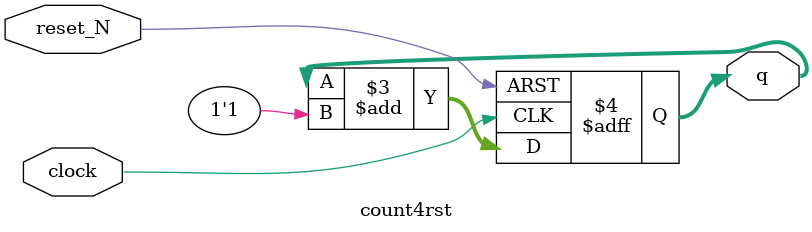
<source format=v>

module count4rst(
    input  wire             clock,
    input  wire             reset_N,
    output reg  [WIDTH-1:0] q);

    parameter WIDTH = 4; 

    always @(posedge clock or negedge reset_N) begin
        if(!reset_N) begin
            q <= 0;
        end else begin
            q <= q + 1'b1;
        end
    end

endmodule

</source>
